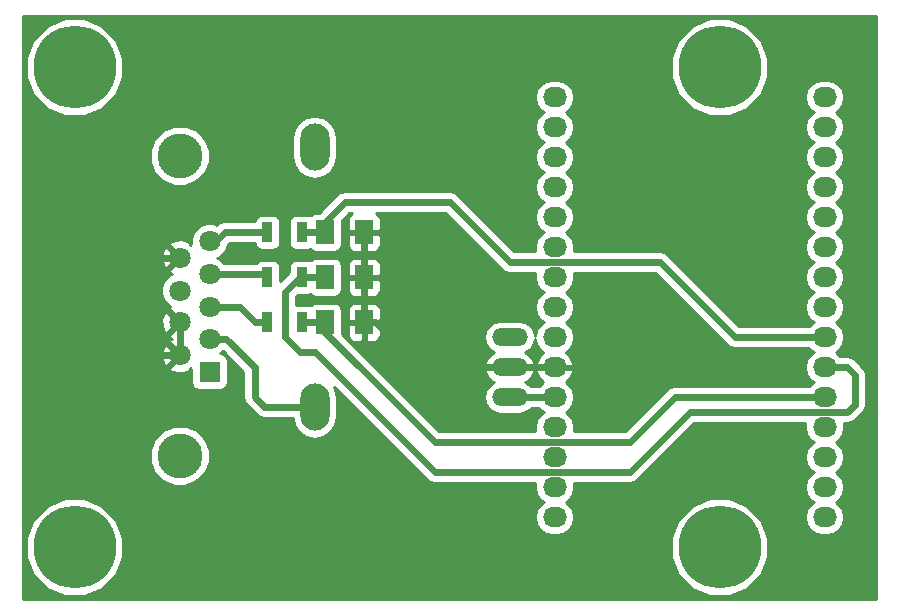
<source format=gbr>
G04 #@! TF.FileFunction,Copper,L2,Bot,Signal*
%FSLAX46Y46*%
G04 Gerber Fmt 4.6, Leading zero omitted, Abs format (unit mm)*
G04 Created by KiCad (PCBNEW 4.0.5+dfsg1-4) date Mon Apr 17 17:31:13 2017*
%MOMM*%
%LPD*%
G01*
G04 APERTURE LIST*
%ADD10C,0.100000*%
%ADD11O,2.032000X1.727200*%
%ADD12C,3.810000*%
%ADD13R,1.800000X1.800000*%
%ADD14C,1.800000*%
%ADD15R,0.900000X1.700000*%
%ADD16R,1.524000X2.032000*%
%ADD17O,2.499360X4.000500*%
%ADD18O,3.014980X1.506220*%
%ADD19C,7.000000*%
%ADD20C,0.600000*%
%ADD21C,0.254000*%
G04 APERTURE END LIST*
D10*
D11*
X93980000Y-43180000D03*
X93980000Y-45720000D03*
X93980000Y-48260000D03*
X93980000Y-50800000D03*
X93980000Y-53340000D03*
X93980000Y-55880000D03*
X93980000Y-58420000D03*
X93980000Y-60960000D03*
X93980000Y-63500000D03*
X93980000Y-66040000D03*
X93980000Y-68580000D03*
X93980000Y-71120000D03*
X93980000Y-73660000D03*
X93980000Y-76200000D03*
X93980000Y-78740000D03*
X116840000Y-43180000D03*
X116840000Y-73660000D03*
X116840000Y-76200000D03*
X116840000Y-71120000D03*
X116840000Y-55880000D03*
X116840000Y-53340000D03*
X116840000Y-58420000D03*
X116840000Y-78740000D03*
X116840000Y-63500000D03*
X116840000Y-60960000D03*
X116840000Y-66040000D03*
X116840000Y-68580000D03*
X116840000Y-48260000D03*
X116840000Y-50800000D03*
X116840000Y-45720000D03*
D12*
X62230000Y-48133000D03*
X62230000Y-73533000D03*
D13*
X64770000Y-66421000D03*
D14*
X64770000Y-63627000D03*
X64770000Y-60960000D03*
X64770000Y-58166000D03*
X64770000Y-55372000D03*
X62230000Y-65024000D03*
X62230000Y-62230000D03*
X62230000Y-59563000D03*
X62230000Y-56769000D03*
D15*
X69670000Y-62230000D03*
X72570000Y-62230000D03*
X69670000Y-58420000D03*
X72570000Y-58420000D03*
X69670000Y-54610000D03*
X72570000Y-54610000D03*
D16*
X74549000Y-62230000D03*
X77851000Y-62230000D03*
X74549000Y-58420000D03*
X77851000Y-58420000D03*
X74549000Y-54610000D03*
X77851000Y-54610000D03*
D17*
X73660000Y-47419260D03*
X73660000Y-69420740D03*
D18*
X90170000Y-68580000D03*
X90170000Y-66040000D03*
X90170000Y-63500000D03*
D19*
X53340000Y-81280000D03*
X107950000Y-81280000D03*
X107950000Y-40640000D03*
X53340000Y-40640000D03*
D20*
X72570000Y-62230000D02*
X74549000Y-62230000D01*
X74549000Y-62230000D02*
X74549000Y-63119000D01*
X74549000Y-63119000D02*
X77470000Y-66040000D01*
X77470000Y-66040000D02*
X78740000Y-67310000D01*
X78740000Y-67310000D02*
X83820000Y-72390000D01*
X83820000Y-72390000D02*
X100330000Y-72390000D01*
X100330000Y-72390000D02*
X104140000Y-68580000D01*
X104140000Y-68580000D02*
X116840000Y-68580000D01*
X77851000Y-62230000D02*
X78740000Y-62230000D01*
X78740000Y-62230000D02*
X82550000Y-66040000D01*
X82550000Y-66040000D02*
X90170000Y-66040000D01*
X77851000Y-58420000D02*
X77851000Y-62230000D01*
X77851000Y-54610000D02*
X77851000Y-58420000D01*
X90170000Y-66040000D02*
X93980000Y-66040000D01*
X62230000Y-62230000D02*
X62230000Y-65024000D01*
X62230000Y-56769000D02*
X60071000Y-56769000D01*
X59944000Y-65024000D02*
X62230000Y-65024000D01*
X58420000Y-63500000D02*
X59944000Y-65024000D01*
X58420000Y-58420000D02*
X58420000Y-63500000D01*
X60071000Y-56769000D02*
X58420000Y-58420000D01*
X72570000Y-58420000D02*
X72390000Y-58420000D01*
X72390000Y-58420000D02*
X71120000Y-59690000D01*
X118745000Y-66040000D02*
X116840000Y-66040000D01*
X119380000Y-66675000D02*
X118745000Y-66040000D01*
X119380000Y-69215000D02*
X119380000Y-66675000D01*
X118745000Y-69850000D02*
X119380000Y-69215000D01*
X105410000Y-69850000D02*
X118745000Y-69850000D01*
X100330000Y-74930000D02*
X105410000Y-69850000D01*
X83820000Y-74930000D02*
X100330000Y-74930000D01*
X73660000Y-64770000D02*
X83820000Y-74930000D01*
X72390000Y-64770000D02*
X73660000Y-64770000D01*
X71120000Y-63500000D02*
X72390000Y-64770000D01*
X71120000Y-59690000D02*
X71120000Y-63500000D01*
X72570000Y-58420000D02*
X74549000Y-58420000D01*
X72570000Y-54610000D02*
X74549000Y-54610000D01*
X74549000Y-54610000D02*
X74549000Y-53721000D01*
X74549000Y-53721000D02*
X76200000Y-52070000D01*
X109220000Y-63500000D02*
X116840000Y-63500000D01*
X102870000Y-57150000D02*
X109220000Y-63500000D01*
X90170000Y-57150000D02*
X102870000Y-57150000D01*
X85090000Y-52070000D02*
X90170000Y-57150000D01*
X76200000Y-52070000D02*
X85090000Y-52070000D01*
X64770000Y-60960000D02*
X67310000Y-60960000D01*
X68580000Y-62230000D02*
X69670000Y-62230000D01*
X67310000Y-60960000D02*
X68580000Y-62230000D01*
X64770000Y-58166000D02*
X69416000Y-58166000D01*
X69416000Y-58166000D02*
X69670000Y-58420000D01*
X64770000Y-55372000D02*
X65278000Y-55372000D01*
X65278000Y-55372000D02*
X66040000Y-54610000D01*
X66040000Y-54610000D02*
X69670000Y-54610000D01*
X90170000Y-68580000D02*
X93980000Y-68580000D01*
X64770000Y-63627000D02*
X66167000Y-63627000D01*
X69420740Y-69420740D02*
X73660000Y-69420740D01*
X68580000Y-68580000D02*
X69420740Y-69420740D01*
X68580000Y-66040000D02*
X68580000Y-68580000D01*
X66167000Y-63627000D02*
X68580000Y-66040000D01*
D21*
G36*
X121210000Y-85650000D02*
X48970000Y-85650000D01*
X48970000Y-82098894D01*
X49204284Y-82098894D01*
X49832474Y-83619229D01*
X50994653Y-84783438D01*
X52513889Y-85414280D01*
X54158894Y-85415716D01*
X55679229Y-84787526D01*
X56843438Y-83625347D01*
X57474280Y-82106111D01*
X57474286Y-82098894D01*
X103814284Y-82098894D01*
X104442474Y-83619229D01*
X105604653Y-84783438D01*
X107123889Y-85414280D01*
X108768894Y-85415716D01*
X110289229Y-84787526D01*
X111453438Y-83625347D01*
X112084280Y-82106111D01*
X112085716Y-80461106D01*
X111457526Y-78940771D01*
X110295347Y-77776562D01*
X108776111Y-77145720D01*
X107131106Y-77144284D01*
X105610771Y-77772474D01*
X104446562Y-78934653D01*
X103815720Y-80453889D01*
X103814284Y-82098894D01*
X57474286Y-82098894D01*
X57475716Y-80461106D01*
X56847526Y-78940771D01*
X55685347Y-77776562D01*
X54166111Y-77145720D01*
X52521106Y-77144284D01*
X51000771Y-77772474D01*
X49836562Y-78934653D01*
X49205720Y-80453889D01*
X49204284Y-82098894D01*
X48970000Y-82098894D01*
X48970000Y-74036021D01*
X59689560Y-74036021D01*
X60075437Y-74969915D01*
X60789327Y-75685052D01*
X61722546Y-76072559D01*
X62733021Y-76073440D01*
X63666915Y-75687563D01*
X64382052Y-74973673D01*
X64769559Y-74040454D01*
X64770440Y-73029979D01*
X64384563Y-72096085D01*
X63670673Y-71380948D01*
X62737454Y-70993441D01*
X61726979Y-70992560D01*
X60793085Y-71378437D01*
X60077948Y-72092327D01*
X59690441Y-73025546D01*
X59689560Y-74036021D01*
X48970000Y-74036021D01*
X48970000Y-64783336D01*
X60683542Y-64783336D01*
X60709161Y-65393460D01*
X60893357Y-65838148D01*
X61149841Y-65924554D01*
X62050395Y-65024000D01*
X61149841Y-64123446D01*
X60893357Y-64209852D01*
X60683542Y-64783336D01*
X48970000Y-64783336D01*
X48970000Y-61989336D01*
X60683542Y-61989336D01*
X60709161Y-62599460D01*
X60893357Y-63044148D01*
X61149841Y-63130554D01*
X62050395Y-62230000D01*
X61149841Y-61329446D01*
X60893357Y-61415852D01*
X60683542Y-61989336D01*
X48970000Y-61989336D01*
X48970000Y-59866991D01*
X60694735Y-59866991D01*
X60927932Y-60431371D01*
X61359357Y-60863551D01*
X61423504Y-60890187D01*
X61415852Y-60893357D01*
X61329446Y-61149841D01*
X62230000Y-62050395D01*
X62244143Y-62036253D01*
X62423748Y-62215858D01*
X62409605Y-62230000D01*
X62423748Y-62244143D01*
X62244143Y-62423748D01*
X62230000Y-62409605D01*
X61329446Y-63310159D01*
X61415852Y-63566643D01*
X61570599Y-63623259D01*
X61415852Y-63687357D01*
X61329446Y-63943841D01*
X62230000Y-64844395D01*
X62244143Y-64830253D01*
X62423748Y-65009858D01*
X62409605Y-65024000D01*
X62423748Y-65038143D01*
X62244143Y-65217748D01*
X62230000Y-65203605D01*
X61329446Y-66104159D01*
X61415852Y-66360643D01*
X61989336Y-66570458D01*
X62599460Y-66544839D01*
X63044148Y-66360643D01*
X63130553Y-66104161D01*
X63222560Y-66196168D01*
X63222560Y-67321000D01*
X63266838Y-67556317D01*
X63405910Y-67772441D01*
X63618110Y-67917431D01*
X63870000Y-67968440D01*
X65670000Y-67968440D01*
X65905317Y-67924162D01*
X66121441Y-67785090D01*
X66266431Y-67572890D01*
X66317440Y-67321000D01*
X66317440Y-65521000D01*
X66273162Y-65285683D01*
X66134090Y-65069559D01*
X65921890Y-64924569D01*
X65689933Y-64877596D01*
X65892797Y-64675087D01*
X67645000Y-66427290D01*
X67645000Y-68580000D01*
X67716173Y-68937809D01*
X67918855Y-69241145D01*
X68759595Y-70081885D01*
X69062931Y-70284567D01*
X69420740Y-70355740D01*
X71801736Y-70355740D01*
X71918783Y-70944174D01*
X72327330Y-71555608D01*
X72938764Y-71964155D01*
X73660000Y-72107618D01*
X74381236Y-71964155D01*
X74992670Y-71555608D01*
X75401217Y-70944174D01*
X75544680Y-70222938D01*
X75544680Y-68618542D01*
X75401217Y-67897306D01*
X75272747Y-67705037D01*
X83158855Y-75591145D01*
X83462191Y-75793827D01*
X83820000Y-75865000D01*
X92363291Y-75865000D01*
X92296655Y-76200000D01*
X92410729Y-76773489D01*
X92735585Y-77259670D01*
X93050366Y-77470000D01*
X92735585Y-77680330D01*
X92410729Y-78166511D01*
X92296655Y-78740000D01*
X92410729Y-79313489D01*
X92735585Y-79799670D01*
X93221766Y-80124526D01*
X93795255Y-80238600D01*
X94164745Y-80238600D01*
X94738234Y-80124526D01*
X95224415Y-79799670D01*
X95549271Y-79313489D01*
X95663345Y-78740000D01*
X95549271Y-78166511D01*
X95224415Y-77680330D01*
X94909634Y-77470000D01*
X95224415Y-77259670D01*
X95549271Y-76773489D01*
X95663345Y-76200000D01*
X95596709Y-75865000D01*
X100330000Y-75865000D01*
X100687809Y-75793827D01*
X100991145Y-75591145D01*
X105797290Y-70785000D01*
X115223291Y-70785000D01*
X115156655Y-71120000D01*
X115270729Y-71693489D01*
X115595585Y-72179670D01*
X115910366Y-72390000D01*
X115595585Y-72600330D01*
X115270729Y-73086511D01*
X115156655Y-73660000D01*
X115270729Y-74233489D01*
X115595585Y-74719670D01*
X115910366Y-74930000D01*
X115595585Y-75140330D01*
X115270729Y-75626511D01*
X115156655Y-76200000D01*
X115270729Y-76773489D01*
X115595585Y-77259670D01*
X115910366Y-77470000D01*
X115595585Y-77680330D01*
X115270729Y-78166511D01*
X115156655Y-78740000D01*
X115270729Y-79313489D01*
X115595585Y-79799670D01*
X116081766Y-80124526D01*
X116655255Y-80238600D01*
X117024745Y-80238600D01*
X117598234Y-80124526D01*
X118084415Y-79799670D01*
X118409271Y-79313489D01*
X118523345Y-78740000D01*
X118409271Y-78166511D01*
X118084415Y-77680330D01*
X117769634Y-77470000D01*
X118084415Y-77259670D01*
X118409271Y-76773489D01*
X118523345Y-76200000D01*
X118409271Y-75626511D01*
X118084415Y-75140330D01*
X117769634Y-74930000D01*
X118084415Y-74719670D01*
X118409271Y-74233489D01*
X118523345Y-73660000D01*
X118409271Y-73086511D01*
X118084415Y-72600330D01*
X117769634Y-72390000D01*
X118084415Y-72179670D01*
X118409271Y-71693489D01*
X118523345Y-71120000D01*
X118456709Y-70785000D01*
X118745000Y-70785000D01*
X119102809Y-70713827D01*
X119406145Y-70511145D01*
X120041145Y-69876145D01*
X120199152Y-69639670D01*
X120243827Y-69572809D01*
X120315000Y-69215000D01*
X120315000Y-66675000D01*
X120243827Y-66317191D01*
X120041145Y-66013855D01*
X119406145Y-65378855D01*
X119102809Y-65176173D01*
X118745000Y-65105000D01*
X118167717Y-65105000D01*
X118084415Y-64980330D01*
X117769634Y-64770000D01*
X118084415Y-64559670D01*
X118409271Y-64073489D01*
X118523345Y-63500000D01*
X118409271Y-62926511D01*
X118084415Y-62440330D01*
X117769634Y-62230000D01*
X118084415Y-62019670D01*
X118409271Y-61533489D01*
X118523345Y-60960000D01*
X118409271Y-60386511D01*
X118084415Y-59900330D01*
X117769634Y-59690000D01*
X118084415Y-59479670D01*
X118409271Y-58993489D01*
X118523345Y-58420000D01*
X118409271Y-57846511D01*
X118084415Y-57360330D01*
X117769634Y-57150000D01*
X118084415Y-56939670D01*
X118409271Y-56453489D01*
X118523345Y-55880000D01*
X118409271Y-55306511D01*
X118084415Y-54820330D01*
X117769634Y-54610000D01*
X118084415Y-54399670D01*
X118409271Y-53913489D01*
X118523345Y-53340000D01*
X118409271Y-52766511D01*
X118084415Y-52280330D01*
X117769634Y-52070000D01*
X118084415Y-51859670D01*
X118409271Y-51373489D01*
X118523345Y-50800000D01*
X118409271Y-50226511D01*
X118084415Y-49740330D01*
X117769634Y-49530000D01*
X118084415Y-49319670D01*
X118409271Y-48833489D01*
X118523345Y-48260000D01*
X118409271Y-47686511D01*
X118084415Y-47200330D01*
X117769634Y-46990000D01*
X118084415Y-46779670D01*
X118409271Y-46293489D01*
X118523345Y-45720000D01*
X118409271Y-45146511D01*
X118084415Y-44660330D01*
X117769634Y-44450000D01*
X118084415Y-44239670D01*
X118409271Y-43753489D01*
X118523345Y-43180000D01*
X118409271Y-42606511D01*
X118084415Y-42120330D01*
X117598234Y-41795474D01*
X117024745Y-41681400D01*
X116655255Y-41681400D01*
X116081766Y-41795474D01*
X115595585Y-42120330D01*
X115270729Y-42606511D01*
X115156655Y-43180000D01*
X115270729Y-43753489D01*
X115595585Y-44239670D01*
X115910366Y-44450000D01*
X115595585Y-44660330D01*
X115270729Y-45146511D01*
X115156655Y-45720000D01*
X115270729Y-46293489D01*
X115595585Y-46779670D01*
X115910366Y-46990000D01*
X115595585Y-47200330D01*
X115270729Y-47686511D01*
X115156655Y-48260000D01*
X115270729Y-48833489D01*
X115595585Y-49319670D01*
X115910366Y-49530000D01*
X115595585Y-49740330D01*
X115270729Y-50226511D01*
X115156655Y-50800000D01*
X115270729Y-51373489D01*
X115595585Y-51859670D01*
X115910366Y-52070000D01*
X115595585Y-52280330D01*
X115270729Y-52766511D01*
X115156655Y-53340000D01*
X115270729Y-53913489D01*
X115595585Y-54399670D01*
X115910366Y-54610000D01*
X115595585Y-54820330D01*
X115270729Y-55306511D01*
X115156655Y-55880000D01*
X115270729Y-56453489D01*
X115595585Y-56939670D01*
X115910366Y-57150000D01*
X115595585Y-57360330D01*
X115270729Y-57846511D01*
X115156655Y-58420000D01*
X115270729Y-58993489D01*
X115595585Y-59479670D01*
X115910366Y-59690000D01*
X115595585Y-59900330D01*
X115270729Y-60386511D01*
X115156655Y-60960000D01*
X115270729Y-61533489D01*
X115595585Y-62019670D01*
X115910366Y-62230000D01*
X115595585Y-62440330D01*
X115512283Y-62565000D01*
X109607290Y-62565000D01*
X103531145Y-56488855D01*
X103227809Y-56286173D01*
X102870000Y-56215000D01*
X95596709Y-56215000D01*
X95663345Y-55880000D01*
X95549271Y-55306511D01*
X95224415Y-54820330D01*
X94909634Y-54610000D01*
X95224415Y-54399670D01*
X95549271Y-53913489D01*
X95663345Y-53340000D01*
X95549271Y-52766511D01*
X95224415Y-52280330D01*
X94909634Y-52070000D01*
X95224415Y-51859670D01*
X95549271Y-51373489D01*
X95663345Y-50800000D01*
X95549271Y-50226511D01*
X95224415Y-49740330D01*
X94909634Y-49530000D01*
X95224415Y-49319670D01*
X95549271Y-48833489D01*
X95663345Y-48260000D01*
X95549271Y-47686511D01*
X95224415Y-47200330D01*
X94909634Y-46990000D01*
X95224415Y-46779670D01*
X95549271Y-46293489D01*
X95663345Y-45720000D01*
X95549271Y-45146511D01*
X95224415Y-44660330D01*
X94909634Y-44450000D01*
X95224415Y-44239670D01*
X95549271Y-43753489D01*
X95663345Y-43180000D01*
X95549271Y-42606511D01*
X95224415Y-42120330D01*
X94738234Y-41795474D01*
X94164745Y-41681400D01*
X93795255Y-41681400D01*
X93221766Y-41795474D01*
X92735585Y-42120330D01*
X92410729Y-42606511D01*
X92296655Y-43180000D01*
X92410729Y-43753489D01*
X92735585Y-44239670D01*
X93050366Y-44450000D01*
X92735585Y-44660330D01*
X92410729Y-45146511D01*
X92296655Y-45720000D01*
X92410729Y-46293489D01*
X92735585Y-46779670D01*
X93050366Y-46990000D01*
X92735585Y-47200330D01*
X92410729Y-47686511D01*
X92296655Y-48260000D01*
X92410729Y-48833489D01*
X92735585Y-49319670D01*
X93050366Y-49530000D01*
X92735585Y-49740330D01*
X92410729Y-50226511D01*
X92296655Y-50800000D01*
X92410729Y-51373489D01*
X92735585Y-51859670D01*
X93050366Y-52070000D01*
X92735585Y-52280330D01*
X92410729Y-52766511D01*
X92296655Y-53340000D01*
X92410729Y-53913489D01*
X92735585Y-54399670D01*
X93050366Y-54610000D01*
X92735585Y-54820330D01*
X92410729Y-55306511D01*
X92296655Y-55880000D01*
X92363291Y-56215000D01*
X90557290Y-56215000D01*
X85751145Y-51408855D01*
X85447809Y-51206173D01*
X85090000Y-51135000D01*
X76200005Y-51135000D01*
X76200000Y-51134999D01*
X75901556Y-51194364D01*
X75842191Y-51206173D01*
X75591784Y-51373489D01*
X75538855Y-51408855D01*
X74001150Y-52946560D01*
X73787000Y-52946560D01*
X73551683Y-52990838D01*
X73335559Y-53129910D01*
X73299616Y-53182514D01*
X73271890Y-53163569D01*
X73020000Y-53112560D01*
X72120000Y-53112560D01*
X71884683Y-53156838D01*
X71668559Y-53295910D01*
X71523569Y-53508110D01*
X71472560Y-53760000D01*
X71472560Y-55460000D01*
X71516838Y-55695317D01*
X71655910Y-55911441D01*
X71868110Y-56056431D01*
X72120000Y-56107440D01*
X73020000Y-56107440D01*
X73255317Y-56063162D01*
X73296620Y-56036585D01*
X73322910Y-56077441D01*
X73535110Y-56222431D01*
X73787000Y-56273440D01*
X75311000Y-56273440D01*
X75546317Y-56229162D01*
X75762441Y-56090090D01*
X75907431Y-55877890D01*
X75958440Y-55626000D01*
X75958440Y-54895750D01*
X76454000Y-54895750D01*
X76454000Y-55752310D01*
X76550673Y-55985699D01*
X76729302Y-56164327D01*
X76962691Y-56261000D01*
X77565250Y-56261000D01*
X77724000Y-56102250D01*
X77724000Y-54737000D01*
X77978000Y-54737000D01*
X77978000Y-56102250D01*
X78136750Y-56261000D01*
X78739309Y-56261000D01*
X78972698Y-56164327D01*
X79151327Y-55985699D01*
X79248000Y-55752310D01*
X79248000Y-54895750D01*
X79089250Y-54737000D01*
X77978000Y-54737000D01*
X77724000Y-54737000D01*
X76612750Y-54737000D01*
X76454000Y-54895750D01*
X75958440Y-54895750D01*
X75958440Y-53633850D01*
X76587290Y-53005000D01*
X76851637Y-53005000D01*
X76729302Y-53055673D01*
X76550673Y-53234301D01*
X76454000Y-53467690D01*
X76454000Y-54324250D01*
X76612750Y-54483000D01*
X77724000Y-54483000D01*
X77724000Y-54463000D01*
X77978000Y-54463000D01*
X77978000Y-54483000D01*
X79089250Y-54483000D01*
X79248000Y-54324250D01*
X79248000Y-53467690D01*
X79151327Y-53234301D01*
X78972698Y-53055673D01*
X78850363Y-53005000D01*
X84702710Y-53005000D01*
X89508855Y-57811145D01*
X89812191Y-58013827D01*
X90170000Y-58085000D01*
X92363291Y-58085000D01*
X92296655Y-58420000D01*
X92410729Y-58993489D01*
X92735585Y-59479670D01*
X93050366Y-59690000D01*
X92735585Y-59900330D01*
X92410729Y-60386511D01*
X92296655Y-60960000D01*
X92410729Y-61533489D01*
X92735585Y-62019670D01*
X93050366Y-62230000D01*
X92735585Y-62440330D01*
X92410729Y-62926511D01*
X92325559Y-63354687D01*
X92248800Y-62968793D01*
X91947896Y-62518458D01*
X91497561Y-62217554D01*
X90966354Y-62111890D01*
X89373646Y-62111890D01*
X88842439Y-62217554D01*
X88392104Y-62518458D01*
X88091200Y-62968793D01*
X87985536Y-63500000D01*
X88091200Y-64031207D01*
X88392104Y-64481542D01*
X88842439Y-64782446D01*
X88845306Y-64783016D01*
X88767081Y-64806154D01*
X88344276Y-65148260D01*
X88084573Y-65626125D01*
X88070217Y-65698326D01*
X88192838Y-65913000D01*
X90043000Y-65913000D01*
X90043000Y-65893000D01*
X90297000Y-65893000D01*
X90297000Y-65913000D01*
X92147162Y-65913000D01*
X92269783Y-65698326D01*
X92255427Y-65626125D01*
X91995724Y-65148260D01*
X91572919Y-64806154D01*
X91494694Y-64783016D01*
X91497561Y-64782446D01*
X91947896Y-64481542D01*
X92248800Y-64031207D01*
X92325559Y-63645313D01*
X92410729Y-64073489D01*
X92735585Y-64559670D01*
X93045069Y-64766461D01*
X92629268Y-65137964D01*
X92375291Y-65665209D01*
X92372642Y-65680974D01*
X92493783Y-65913000D01*
X93853000Y-65913000D01*
X93853000Y-65893000D01*
X94107000Y-65893000D01*
X94107000Y-65913000D01*
X95466217Y-65913000D01*
X95587358Y-65680974D01*
X95584709Y-65665209D01*
X95330732Y-65137964D01*
X94914931Y-64766461D01*
X95224415Y-64559670D01*
X95549271Y-64073489D01*
X95663345Y-63500000D01*
X95549271Y-62926511D01*
X95224415Y-62440330D01*
X94909634Y-62230000D01*
X95224415Y-62019670D01*
X95549271Y-61533489D01*
X95663345Y-60960000D01*
X95549271Y-60386511D01*
X95224415Y-59900330D01*
X94909634Y-59690000D01*
X95224415Y-59479670D01*
X95549271Y-58993489D01*
X95663345Y-58420000D01*
X95596709Y-58085000D01*
X102482710Y-58085000D01*
X108558855Y-64161145D01*
X108862191Y-64363827D01*
X109220000Y-64435000D01*
X115512283Y-64435000D01*
X115595585Y-64559670D01*
X115910366Y-64770000D01*
X115595585Y-64980330D01*
X115270729Y-65466511D01*
X115156655Y-66040000D01*
X115270729Y-66613489D01*
X115595585Y-67099670D01*
X115910366Y-67310000D01*
X115595585Y-67520330D01*
X115512283Y-67645000D01*
X104140000Y-67645000D01*
X103782191Y-67716173D01*
X103478855Y-67918855D01*
X99942710Y-71455000D01*
X95596709Y-71455000D01*
X95663345Y-71120000D01*
X95549271Y-70546511D01*
X95224415Y-70060330D01*
X94909634Y-69850000D01*
X95224415Y-69639670D01*
X95549271Y-69153489D01*
X95663345Y-68580000D01*
X95549271Y-68006511D01*
X95224415Y-67520330D01*
X94914931Y-67313539D01*
X95330732Y-66942036D01*
X95584709Y-66414791D01*
X95587358Y-66399026D01*
X95466217Y-66167000D01*
X94107000Y-66167000D01*
X94107000Y-66187000D01*
X93853000Y-66187000D01*
X93853000Y-66167000D01*
X92493783Y-66167000D01*
X92372642Y-66399026D01*
X92375291Y-66414791D01*
X92629268Y-66942036D01*
X93045069Y-67313539D01*
X92735585Y-67520330D01*
X92652283Y-67645000D01*
X91978994Y-67645000D01*
X91947896Y-67598458D01*
X91497561Y-67297554D01*
X91494694Y-67296984D01*
X91572919Y-67273846D01*
X91995724Y-66931740D01*
X92255427Y-66453875D01*
X92269783Y-66381674D01*
X92147162Y-66167000D01*
X90297000Y-66167000D01*
X90297000Y-66187000D01*
X90043000Y-66187000D01*
X90043000Y-66167000D01*
X88192838Y-66167000D01*
X88070217Y-66381674D01*
X88084573Y-66453875D01*
X88344276Y-66931740D01*
X88767081Y-67273846D01*
X88845306Y-67296984D01*
X88842439Y-67297554D01*
X88392104Y-67598458D01*
X88091200Y-68048793D01*
X87985536Y-68580000D01*
X88091200Y-69111207D01*
X88392104Y-69561542D01*
X88842439Y-69862446D01*
X89373646Y-69968110D01*
X90966354Y-69968110D01*
X91497561Y-69862446D01*
X91947896Y-69561542D01*
X91978994Y-69515000D01*
X92652283Y-69515000D01*
X92735585Y-69639670D01*
X93050366Y-69850000D01*
X92735585Y-70060330D01*
X92410729Y-70546511D01*
X92296655Y-71120000D01*
X92363291Y-71455000D01*
X84207290Y-71455000D01*
X75958440Y-63206150D01*
X75958440Y-62515750D01*
X76454000Y-62515750D01*
X76454000Y-63372310D01*
X76550673Y-63605699D01*
X76729302Y-63784327D01*
X76962691Y-63881000D01*
X77565250Y-63881000D01*
X77724000Y-63722250D01*
X77724000Y-62357000D01*
X77978000Y-62357000D01*
X77978000Y-63722250D01*
X78136750Y-63881000D01*
X78739309Y-63881000D01*
X78972698Y-63784327D01*
X79151327Y-63605699D01*
X79248000Y-63372310D01*
X79248000Y-62515750D01*
X79089250Y-62357000D01*
X77978000Y-62357000D01*
X77724000Y-62357000D01*
X76612750Y-62357000D01*
X76454000Y-62515750D01*
X75958440Y-62515750D01*
X75958440Y-61214000D01*
X75934674Y-61087690D01*
X76454000Y-61087690D01*
X76454000Y-61944250D01*
X76612750Y-62103000D01*
X77724000Y-62103000D01*
X77724000Y-60737750D01*
X77978000Y-60737750D01*
X77978000Y-62103000D01*
X79089250Y-62103000D01*
X79248000Y-61944250D01*
X79248000Y-61087690D01*
X79151327Y-60854301D01*
X78972698Y-60675673D01*
X78739309Y-60579000D01*
X78136750Y-60579000D01*
X77978000Y-60737750D01*
X77724000Y-60737750D01*
X77565250Y-60579000D01*
X76962691Y-60579000D01*
X76729302Y-60675673D01*
X76550673Y-60854301D01*
X76454000Y-61087690D01*
X75934674Y-61087690D01*
X75914162Y-60978683D01*
X75775090Y-60762559D01*
X75562890Y-60617569D01*
X75311000Y-60566560D01*
X73787000Y-60566560D01*
X73551683Y-60610838D01*
X73335559Y-60749910D01*
X73299616Y-60802514D01*
X73271890Y-60783569D01*
X73020000Y-60732560D01*
X72120000Y-60732560D01*
X72055000Y-60744791D01*
X72055000Y-60077290D01*
X72214850Y-59917440D01*
X73020000Y-59917440D01*
X73255317Y-59873162D01*
X73296620Y-59846585D01*
X73322910Y-59887441D01*
X73535110Y-60032431D01*
X73787000Y-60083440D01*
X75311000Y-60083440D01*
X75546317Y-60039162D01*
X75762441Y-59900090D01*
X75907431Y-59687890D01*
X75958440Y-59436000D01*
X75958440Y-58705750D01*
X76454000Y-58705750D01*
X76454000Y-59562310D01*
X76550673Y-59795699D01*
X76729302Y-59974327D01*
X76962691Y-60071000D01*
X77565250Y-60071000D01*
X77724000Y-59912250D01*
X77724000Y-58547000D01*
X77978000Y-58547000D01*
X77978000Y-59912250D01*
X78136750Y-60071000D01*
X78739309Y-60071000D01*
X78972698Y-59974327D01*
X79151327Y-59795699D01*
X79248000Y-59562310D01*
X79248000Y-58705750D01*
X79089250Y-58547000D01*
X77978000Y-58547000D01*
X77724000Y-58547000D01*
X76612750Y-58547000D01*
X76454000Y-58705750D01*
X75958440Y-58705750D01*
X75958440Y-57404000D01*
X75934674Y-57277690D01*
X76454000Y-57277690D01*
X76454000Y-58134250D01*
X76612750Y-58293000D01*
X77724000Y-58293000D01*
X77724000Y-56927750D01*
X77978000Y-56927750D01*
X77978000Y-58293000D01*
X79089250Y-58293000D01*
X79248000Y-58134250D01*
X79248000Y-57277690D01*
X79151327Y-57044301D01*
X78972698Y-56865673D01*
X78739309Y-56769000D01*
X78136750Y-56769000D01*
X77978000Y-56927750D01*
X77724000Y-56927750D01*
X77565250Y-56769000D01*
X76962691Y-56769000D01*
X76729302Y-56865673D01*
X76550673Y-57044301D01*
X76454000Y-57277690D01*
X75934674Y-57277690D01*
X75914162Y-57168683D01*
X75775090Y-56952559D01*
X75562890Y-56807569D01*
X75311000Y-56756560D01*
X73787000Y-56756560D01*
X73551683Y-56800838D01*
X73335559Y-56939910D01*
X73299616Y-56992514D01*
X73271890Y-56973569D01*
X73020000Y-56922560D01*
X72120000Y-56922560D01*
X71884683Y-56966838D01*
X71668559Y-57105910D01*
X71523569Y-57318110D01*
X71472560Y-57570000D01*
X71472560Y-58015150D01*
X70767440Y-58720270D01*
X70767440Y-57570000D01*
X70723162Y-57334683D01*
X70584090Y-57118559D01*
X70371890Y-56973569D01*
X70120000Y-56922560D01*
X69220000Y-56922560D01*
X68984683Y-56966838D01*
X68768559Y-57105910D01*
X68683089Y-57231000D01*
X66005555Y-57231000D01*
X65640643Y-56865449D01*
X65408493Y-56769052D01*
X65638371Y-56674068D01*
X66070551Y-56242643D01*
X66304733Y-55678670D01*
X66304743Y-55667547D01*
X66427290Y-55545000D01*
X68588554Y-55545000D01*
X68616838Y-55695317D01*
X68755910Y-55911441D01*
X68968110Y-56056431D01*
X69220000Y-56107440D01*
X70120000Y-56107440D01*
X70355317Y-56063162D01*
X70571441Y-55924090D01*
X70716431Y-55711890D01*
X70767440Y-55460000D01*
X70767440Y-53760000D01*
X70723162Y-53524683D01*
X70584090Y-53308559D01*
X70371890Y-53163569D01*
X70120000Y-53112560D01*
X69220000Y-53112560D01*
X68984683Y-53156838D01*
X68768559Y-53295910D01*
X68623569Y-53508110D01*
X68589773Y-53675000D01*
X66040000Y-53675000D01*
X65682191Y-53746173D01*
X65378855Y-53948855D01*
X65369040Y-53958670D01*
X65076670Y-53837267D01*
X64466009Y-53836735D01*
X63901629Y-54069932D01*
X63469449Y-54501357D01*
X63235267Y-55065330D01*
X63234815Y-55584577D01*
X63130553Y-55688839D01*
X63044148Y-55432357D01*
X62470664Y-55222542D01*
X61860540Y-55248161D01*
X61415852Y-55432357D01*
X61329446Y-55688841D01*
X62230000Y-56589395D01*
X62244143Y-56575253D01*
X62423748Y-56754858D01*
X62409605Y-56769000D01*
X62423748Y-56783143D01*
X62244143Y-56962748D01*
X62230000Y-56948605D01*
X61329446Y-57849159D01*
X61415852Y-58105643D01*
X61586424Y-58168049D01*
X61361629Y-58260932D01*
X60929449Y-58692357D01*
X60695267Y-59256330D01*
X60694735Y-59866991D01*
X48970000Y-59866991D01*
X48970000Y-56528336D01*
X60683542Y-56528336D01*
X60709161Y-57138460D01*
X60893357Y-57583148D01*
X61149841Y-57669554D01*
X62050395Y-56769000D01*
X61149841Y-55868446D01*
X60893357Y-55954852D01*
X60683542Y-56528336D01*
X48970000Y-56528336D01*
X48970000Y-48636021D01*
X59689560Y-48636021D01*
X60075437Y-49569915D01*
X60789327Y-50285052D01*
X61722546Y-50672559D01*
X62733021Y-50673440D01*
X63666915Y-50287563D01*
X64382052Y-49573673D01*
X64769559Y-48640454D01*
X64770440Y-47629979D01*
X64384563Y-46696085D01*
X64305678Y-46617062D01*
X71775320Y-46617062D01*
X71775320Y-48221458D01*
X71918783Y-48942694D01*
X72327330Y-49554128D01*
X72938764Y-49962675D01*
X73660000Y-50106138D01*
X74381236Y-49962675D01*
X74992670Y-49554128D01*
X75401217Y-48942694D01*
X75544680Y-48221458D01*
X75544680Y-46617062D01*
X75401217Y-45895826D01*
X74992670Y-45284392D01*
X74381236Y-44875845D01*
X73660000Y-44732382D01*
X72938764Y-44875845D01*
X72327330Y-45284392D01*
X71918783Y-45895826D01*
X71775320Y-46617062D01*
X64305678Y-46617062D01*
X63670673Y-45980948D01*
X62737454Y-45593441D01*
X61726979Y-45592560D01*
X60793085Y-45978437D01*
X60077948Y-46692327D01*
X59690441Y-47625546D01*
X59689560Y-48636021D01*
X48970000Y-48636021D01*
X48970000Y-41458894D01*
X49204284Y-41458894D01*
X49832474Y-42979229D01*
X50994653Y-44143438D01*
X52513889Y-44774280D01*
X54158894Y-44775716D01*
X55679229Y-44147526D01*
X56843438Y-42985347D01*
X57474280Y-41466111D01*
X57474286Y-41458894D01*
X103814284Y-41458894D01*
X104442474Y-42979229D01*
X105604653Y-44143438D01*
X107123889Y-44774280D01*
X108768894Y-44775716D01*
X110289229Y-44147526D01*
X111453438Y-42985347D01*
X112084280Y-41466111D01*
X112085716Y-39821106D01*
X111457526Y-38300771D01*
X110295347Y-37136562D01*
X108776111Y-36505720D01*
X107131106Y-36504284D01*
X105610771Y-37132474D01*
X104446562Y-38294653D01*
X103815720Y-39813889D01*
X103814284Y-41458894D01*
X57474286Y-41458894D01*
X57475716Y-39821106D01*
X56847526Y-38300771D01*
X55685347Y-37136562D01*
X54166111Y-36505720D01*
X52521106Y-36504284D01*
X51000771Y-37132474D01*
X49836562Y-38294653D01*
X49205720Y-39813889D01*
X49204284Y-41458894D01*
X48970000Y-41458894D01*
X48970000Y-36270000D01*
X121210000Y-36270000D01*
X121210000Y-85650000D01*
X121210000Y-85650000D01*
G37*
X121210000Y-85650000D02*
X48970000Y-85650000D01*
X48970000Y-82098894D01*
X49204284Y-82098894D01*
X49832474Y-83619229D01*
X50994653Y-84783438D01*
X52513889Y-85414280D01*
X54158894Y-85415716D01*
X55679229Y-84787526D01*
X56843438Y-83625347D01*
X57474280Y-82106111D01*
X57474286Y-82098894D01*
X103814284Y-82098894D01*
X104442474Y-83619229D01*
X105604653Y-84783438D01*
X107123889Y-85414280D01*
X108768894Y-85415716D01*
X110289229Y-84787526D01*
X111453438Y-83625347D01*
X112084280Y-82106111D01*
X112085716Y-80461106D01*
X111457526Y-78940771D01*
X110295347Y-77776562D01*
X108776111Y-77145720D01*
X107131106Y-77144284D01*
X105610771Y-77772474D01*
X104446562Y-78934653D01*
X103815720Y-80453889D01*
X103814284Y-82098894D01*
X57474286Y-82098894D01*
X57475716Y-80461106D01*
X56847526Y-78940771D01*
X55685347Y-77776562D01*
X54166111Y-77145720D01*
X52521106Y-77144284D01*
X51000771Y-77772474D01*
X49836562Y-78934653D01*
X49205720Y-80453889D01*
X49204284Y-82098894D01*
X48970000Y-82098894D01*
X48970000Y-74036021D01*
X59689560Y-74036021D01*
X60075437Y-74969915D01*
X60789327Y-75685052D01*
X61722546Y-76072559D01*
X62733021Y-76073440D01*
X63666915Y-75687563D01*
X64382052Y-74973673D01*
X64769559Y-74040454D01*
X64770440Y-73029979D01*
X64384563Y-72096085D01*
X63670673Y-71380948D01*
X62737454Y-70993441D01*
X61726979Y-70992560D01*
X60793085Y-71378437D01*
X60077948Y-72092327D01*
X59690441Y-73025546D01*
X59689560Y-74036021D01*
X48970000Y-74036021D01*
X48970000Y-64783336D01*
X60683542Y-64783336D01*
X60709161Y-65393460D01*
X60893357Y-65838148D01*
X61149841Y-65924554D01*
X62050395Y-65024000D01*
X61149841Y-64123446D01*
X60893357Y-64209852D01*
X60683542Y-64783336D01*
X48970000Y-64783336D01*
X48970000Y-61989336D01*
X60683542Y-61989336D01*
X60709161Y-62599460D01*
X60893357Y-63044148D01*
X61149841Y-63130554D01*
X62050395Y-62230000D01*
X61149841Y-61329446D01*
X60893357Y-61415852D01*
X60683542Y-61989336D01*
X48970000Y-61989336D01*
X48970000Y-59866991D01*
X60694735Y-59866991D01*
X60927932Y-60431371D01*
X61359357Y-60863551D01*
X61423504Y-60890187D01*
X61415852Y-60893357D01*
X61329446Y-61149841D01*
X62230000Y-62050395D01*
X62244143Y-62036253D01*
X62423748Y-62215858D01*
X62409605Y-62230000D01*
X62423748Y-62244143D01*
X62244143Y-62423748D01*
X62230000Y-62409605D01*
X61329446Y-63310159D01*
X61415852Y-63566643D01*
X61570599Y-63623259D01*
X61415852Y-63687357D01*
X61329446Y-63943841D01*
X62230000Y-64844395D01*
X62244143Y-64830253D01*
X62423748Y-65009858D01*
X62409605Y-65024000D01*
X62423748Y-65038143D01*
X62244143Y-65217748D01*
X62230000Y-65203605D01*
X61329446Y-66104159D01*
X61415852Y-66360643D01*
X61989336Y-66570458D01*
X62599460Y-66544839D01*
X63044148Y-66360643D01*
X63130553Y-66104161D01*
X63222560Y-66196168D01*
X63222560Y-67321000D01*
X63266838Y-67556317D01*
X63405910Y-67772441D01*
X63618110Y-67917431D01*
X63870000Y-67968440D01*
X65670000Y-67968440D01*
X65905317Y-67924162D01*
X66121441Y-67785090D01*
X66266431Y-67572890D01*
X66317440Y-67321000D01*
X66317440Y-65521000D01*
X66273162Y-65285683D01*
X66134090Y-65069559D01*
X65921890Y-64924569D01*
X65689933Y-64877596D01*
X65892797Y-64675087D01*
X67645000Y-66427290D01*
X67645000Y-68580000D01*
X67716173Y-68937809D01*
X67918855Y-69241145D01*
X68759595Y-70081885D01*
X69062931Y-70284567D01*
X69420740Y-70355740D01*
X71801736Y-70355740D01*
X71918783Y-70944174D01*
X72327330Y-71555608D01*
X72938764Y-71964155D01*
X73660000Y-72107618D01*
X74381236Y-71964155D01*
X74992670Y-71555608D01*
X75401217Y-70944174D01*
X75544680Y-70222938D01*
X75544680Y-68618542D01*
X75401217Y-67897306D01*
X75272747Y-67705037D01*
X83158855Y-75591145D01*
X83462191Y-75793827D01*
X83820000Y-75865000D01*
X92363291Y-75865000D01*
X92296655Y-76200000D01*
X92410729Y-76773489D01*
X92735585Y-77259670D01*
X93050366Y-77470000D01*
X92735585Y-77680330D01*
X92410729Y-78166511D01*
X92296655Y-78740000D01*
X92410729Y-79313489D01*
X92735585Y-79799670D01*
X93221766Y-80124526D01*
X93795255Y-80238600D01*
X94164745Y-80238600D01*
X94738234Y-80124526D01*
X95224415Y-79799670D01*
X95549271Y-79313489D01*
X95663345Y-78740000D01*
X95549271Y-78166511D01*
X95224415Y-77680330D01*
X94909634Y-77470000D01*
X95224415Y-77259670D01*
X95549271Y-76773489D01*
X95663345Y-76200000D01*
X95596709Y-75865000D01*
X100330000Y-75865000D01*
X100687809Y-75793827D01*
X100991145Y-75591145D01*
X105797290Y-70785000D01*
X115223291Y-70785000D01*
X115156655Y-71120000D01*
X115270729Y-71693489D01*
X115595585Y-72179670D01*
X115910366Y-72390000D01*
X115595585Y-72600330D01*
X115270729Y-73086511D01*
X115156655Y-73660000D01*
X115270729Y-74233489D01*
X115595585Y-74719670D01*
X115910366Y-74930000D01*
X115595585Y-75140330D01*
X115270729Y-75626511D01*
X115156655Y-76200000D01*
X115270729Y-76773489D01*
X115595585Y-77259670D01*
X115910366Y-77470000D01*
X115595585Y-77680330D01*
X115270729Y-78166511D01*
X115156655Y-78740000D01*
X115270729Y-79313489D01*
X115595585Y-79799670D01*
X116081766Y-80124526D01*
X116655255Y-80238600D01*
X117024745Y-80238600D01*
X117598234Y-80124526D01*
X118084415Y-79799670D01*
X118409271Y-79313489D01*
X118523345Y-78740000D01*
X118409271Y-78166511D01*
X118084415Y-77680330D01*
X117769634Y-77470000D01*
X118084415Y-77259670D01*
X118409271Y-76773489D01*
X118523345Y-76200000D01*
X118409271Y-75626511D01*
X118084415Y-75140330D01*
X117769634Y-74930000D01*
X118084415Y-74719670D01*
X118409271Y-74233489D01*
X118523345Y-73660000D01*
X118409271Y-73086511D01*
X118084415Y-72600330D01*
X117769634Y-72390000D01*
X118084415Y-72179670D01*
X118409271Y-71693489D01*
X118523345Y-71120000D01*
X118456709Y-70785000D01*
X118745000Y-70785000D01*
X119102809Y-70713827D01*
X119406145Y-70511145D01*
X120041145Y-69876145D01*
X120199152Y-69639670D01*
X120243827Y-69572809D01*
X120315000Y-69215000D01*
X120315000Y-66675000D01*
X120243827Y-66317191D01*
X120041145Y-66013855D01*
X119406145Y-65378855D01*
X119102809Y-65176173D01*
X118745000Y-65105000D01*
X118167717Y-65105000D01*
X118084415Y-64980330D01*
X117769634Y-64770000D01*
X118084415Y-64559670D01*
X118409271Y-64073489D01*
X118523345Y-63500000D01*
X118409271Y-62926511D01*
X118084415Y-62440330D01*
X117769634Y-62230000D01*
X118084415Y-62019670D01*
X118409271Y-61533489D01*
X118523345Y-60960000D01*
X118409271Y-60386511D01*
X118084415Y-59900330D01*
X117769634Y-59690000D01*
X118084415Y-59479670D01*
X118409271Y-58993489D01*
X118523345Y-58420000D01*
X118409271Y-57846511D01*
X118084415Y-57360330D01*
X117769634Y-57150000D01*
X118084415Y-56939670D01*
X118409271Y-56453489D01*
X118523345Y-55880000D01*
X118409271Y-55306511D01*
X118084415Y-54820330D01*
X117769634Y-54610000D01*
X118084415Y-54399670D01*
X118409271Y-53913489D01*
X118523345Y-53340000D01*
X118409271Y-52766511D01*
X118084415Y-52280330D01*
X117769634Y-52070000D01*
X118084415Y-51859670D01*
X118409271Y-51373489D01*
X118523345Y-50800000D01*
X118409271Y-50226511D01*
X118084415Y-49740330D01*
X117769634Y-49530000D01*
X118084415Y-49319670D01*
X118409271Y-48833489D01*
X118523345Y-48260000D01*
X118409271Y-47686511D01*
X118084415Y-47200330D01*
X117769634Y-46990000D01*
X118084415Y-46779670D01*
X118409271Y-46293489D01*
X118523345Y-45720000D01*
X118409271Y-45146511D01*
X118084415Y-44660330D01*
X117769634Y-44450000D01*
X118084415Y-44239670D01*
X118409271Y-43753489D01*
X118523345Y-43180000D01*
X118409271Y-42606511D01*
X118084415Y-42120330D01*
X117598234Y-41795474D01*
X117024745Y-41681400D01*
X116655255Y-41681400D01*
X116081766Y-41795474D01*
X115595585Y-42120330D01*
X115270729Y-42606511D01*
X115156655Y-43180000D01*
X115270729Y-43753489D01*
X115595585Y-44239670D01*
X115910366Y-44450000D01*
X115595585Y-44660330D01*
X115270729Y-45146511D01*
X115156655Y-45720000D01*
X115270729Y-46293489D01*
X115595585Y-46779670D01*
X115910366Y-46990000D01*
X115595585Y-47200330D01*
X115270729Y-47686511D01*
X115156655Y-48260000D01*
X115270729Y-48833489D01*
X115595585Y-49319670D01*
X115910366Y-49530000D01*
X115595585Y-49740330D01*
X115270729Y-50226511D01*
X115156655Y-50800000D01*
X115270729Y-51373489D01*
X115595585Y-51859670D01*
X115910366Y-52070000D01*
X115595585Y-52280330D01*
X115270729Y-52766511D01*
X115156655Y-53340000D01*
X115270729Y-53913489D01*
X115595585Y-54399670D01*
X115910366Y-54610000D01*
X115595585Y-54820330D01*
X115270729Y-55306511D01*
X115156655Y-55880000D01*
X115270729Y-56453489D01*
X115595585Y-56939670D01*
X115910366Y-57150000D01*
X115595585Y-57360330D01*
X115270729Y-57846511D01*
X115156655Y-58420000D01*
X115270729Y-58993489D01*
X115595585Y-59479670D01*
X115910366Y-59690000D01*
X115595585Y-59900330D01*
X115270729Y-60386511D01*
X115156655Y-60960000D01*
X115270729Y-61533489D01*
X115595585Y-62019670D01*
X115910366Y-62230000D01*
X115595585Y-62440330D01*
X115512283Y-62565000D01*
X109607290Y-62565000D01*
X103531145Y-56488855D01*
X103227809Y-56286173D01*
X102870000Y-56215000D01*
X95596709Y-56215000D01*
X95663345Y-55880000D01*
X95549271Y-55306511D01*
X95224415Y-54820330D01*
X94909634Y-54610000D01*
X95224415Y-54399670D01*
X95549271Y-53913489D01*
X95663345Y-53340000D01*
X95549271Y-52766511D01*
X95224415Y-52280330D01*
X94909634Y-52070000D01*
X95224415Y-51859670D01*
X95549271Y-51373489D01*
X95663345Y-50800000D01*
X95549271Y-50226511D01*
X95224415Y-49740330D01*
X94909634Y-49530000D01*
X95224415Y-49319670D01*
X95549271Y-48833489D01*
X95663345Y-48260000D01*
X95549271Y-47686511D01*
X95224415Y-47200330D01*
X94909634Y-46990000D01*
X95224415Y-46779670D01*
X95549271Y-46293489D01*
X95663345Y-45720000D01*
X95549271Y-45146511D01*
X95224415Y-44660330D01*
X94909634Y-44450000D01*
X95224415Y-44239670D01*
X95549271Y-43753489D01*
X95663345Y-43180000D01*
X95549271Y-42606511D01*
X95224415Y-42120330D01*
X94738234Y-41795474D01*
X94164745Y-41681400D01*
X93795255Y-41681400D01*
X93221766Y-41795474D01*
X92735585Y-42120330D01*
X92410729Y-42606511D01*
X92296655Y-43180000D01*
X92410729Y-43753489D01*
X92735585Y-44239670D01*
X93050366Y-44450000D01*
X92735585Y-44660330D01*
X92410729Y-45146511D01*
X92296655Y-45720000D01*
X92410729Y-46293489D01*
X92735585Y-46779670D01*
X93050366Y-46990000D01*
X92735585Y-47200330D01*
X92410729Y-47686511D01*
X92296655Y-48260000D01*
X92410729Y-48833489D01*
X92735585Y-49319670D01*
X93050366Y-49530000D01*
X92735585Y-49740330D01*
X92410729Y-50226511D01*
X92296655Y-50800000D01*
X92410729Y-51373489D01*
X92735585Y-51859670D01*
X93050366Y-52070000D01*
X92735585Y-52280330D01*
X92410729Y-52766511D01*
X92296655Y-53340000D01*
X92410729Y-53913489D01*
X92735585Y-54399670D01*
X93050366Y-54610000D01*
X92735585Y-54820330D01*
X92410729Y-55306511D01*
X92296655Y-55880000D01*
X92363291Y-56215000D01*
X90557290Y-56215000D01*
X85751145Y-51408855D01*
X85447809Y-51206173D01*
X85090000Y-51135000D01*
X76200005Y-51135000D01*
X76200000Y-51134999D01*
X75901556Y-51194364D01*
X75842191Y-51206173D01*
X75591784Y-51373489D01*
X75538855Y-51408855D01*
X74001150Y-52946560D01*
X73787000Y-52946560D01*
X73551683Y-52990838D01*
X73335559Y-53129910D01*
X73299616Y-53182514D01*
X73271890Y-53163569D01*
X73020000Y-53112560D01*
X72120000Y-53112560D01*
X71884683Y-53156838D01*
X71668559Y-53295910D01*
X71523569Y-53508110D01*
X71472560Y-53760000D01*
X71472560Y-55460000D01*
X71516838Y-55695317D01*
X71655910Y-55911441D01*
X71868110Y-56056431D01*
X72120000Y-56107440D01*
X73020000Y-56107440D01*
X73255317Y-56063162D01*
X73296620Y-56036585D01*
X73322910Y-56077441D01*
X73535110Y-56222431D01*
X73787000Y-56273440D01*
X75311000Y-56273440D01*
X75546317Y-56229162D01*
X75762441Y-56090090D01*
X75907431Y-55877890D01*
X75958440Y-55626000D01*
X75958440Y-54895750D01*
X76454000Y-54895750D01*
X76454000Y-55752310D01*
X76550673Y-55985699D01*
X76729302Y-56164327D01*
X76962691Y-56261000D01*
X77565250Y-56261000D01*
X77724000Y-56102250D01*
X77724000Y-54737000D01*
X77978000Y-54737000D01*
X77978000Y-56102250D01*
X78136750Y-56261000D01*
X78739309Y-56261000D01*
X78972698Y-56164327D01*
X79151327Y-55985699D01*
X79248000Y-55752310D01*
X79248000Y-54895750D01*
X79089250Y-54737000D01*
X77978000Y-54737000D01*
X77724000Y-54737000D01*
X76612750Y-54737000D01*
X76454000Y-54895750D01*
X75958440Y-54895750D01*
X75958440Y-53633850D01*
X76587290Y-53005000D01*
X76851637Y-53005000D01*
X76729302Y-53055673D01*
X76550673Y-53234301D01*
X76454000Y-53467690D01*
X76454000Y-54324250D01*
X76612750Y-54483000D01*
X77724000Y-54483000D01*
X77724000Y-54463000D01*
X77978000Y-54463000D01*
X77978000Y-54483000D01*
X79089250Y-54483000D01*
X79248000Y-54324250D01*
X79248000Y-53467690D01*
X79151327Y-53234301D01*
X78972698Y-53055673D01*
X78850363Y-53005000D01*
X84702710Y-53005000D01*
X89508855Y-57811145D01*
X89812191Y-58013827D01*
X90170000Y-58085000D01*
X92363291Y-58085000D01*
X92296655Y-58420000D01*
X92410729Y-58993489D01*
X92735585Y-59479670D01*
X93050366Y-59690000D01*
X92735585Y-59900330D01*
X92410729Y-60386511D01*
X92296655Y-60960000D01*
X92410729Y-61533489D01*
X92735585Y-62019670D01*
X93050366Y-62230000D01*
X92735585Y-62440330D01*
X92410729Y-62926511D01*
X92325559Y-63354687D01*
X92248800Y-62968793D01*
X91947896Y-62518458D01*
X91497561Y-62217554D01*
X90966354Y-62111890D01*
X89373646Y-62111890D01*
X88842439Y-62217554D01*
X88392104Y-62518458D01*
X88091200Y-62968793D01*
X87985536Y-63500000D01*
X88091200Y-64031207D01*
X88392104Y-64481542D01*
X88842439Y-64782446D01*
X88845306Y-64783016D01*
X88767081Y-64806154D01*
X88344276Y-65148260D01*
X88084573Y-65626125D01*
X88070217Y-65698326D01*
X88192838Y-65913000D01*
X90043000Y-65913000D01*
X90043000Y-65893000D01*
X90297000Y-65893000D01*
X90297000Y-65913000D01*
X92147162Y-65913000D01*
X92269783Y-65698326D01*
X92255427Y-65626125D01*
X91995724Y-65148260D01*
X91572919Y-64806154D01*
X91494694Y-64783016D01*
X91497561Y-64782446D01*
X91947896Y-64481542D01*
X92248800Y-64031207D01*
X92325559Y-63645313D01*
X92410729Y-64073489D01*
X92735585Y-64559670D01*
X93045069Y-64766461D01*
X92629268Y-65137964D01*
X92375291Y-65665209D01*
X92372642Y-65680974D01*
X92493783Y-65913000D01*
X93853000Y-65913000D01*
X93853000Y-65893000D01*
X94107000Y-65893000D01*
X94107000Y-65913000D01*
X95466217Y-65913000D01*
X95587358Y-65680974D01*
X95584709Y-65665209D01*
X95330732Y-65137964D01*
X94914931Y-64766461D01*
X95224415Y-64559670D01*
X95549271Y-64073489D01*
X95663345Y-63500000D01*
X95549271Y-62926511D01*
X95224415Y-62440330D01*
X94909634Y-62230000D01*
X95224415Y-62019670D01*
X95549271Y-61533489D01*
X95663345Y-60960000D01*
X95549271Y-60386511D01*
X95224415Y-59900330D01*
X94909634Y-59690000D01*
X95224415Y-59479670D01*
X95549271Y-58993489D01*
X95663345Y-58420000D01*
X95596709Y-58085000D01*
X102482710Y-58085000D01*
X108558855Y-64161145D01*
X108862191Y-64363827D01*
X109220000Y-64435000D01*
X115512283Y-64435000D01*
X115595585Y-64559670D01*
X115910366Y-64770000D01*
X115595585Y-64980330D01*
X115270729Y-65466511D01*
X115156655Y-66040000D01*
X115270729Y-66613489D01*
X115595585Y-67099670D01*
X115910366Y-67310000D01*
X115595585Y-67520330D01*
X115512283Y-67645000D01*
X104140000Y-67645000D01*
X103782191Y-67716173D01*
X103478855Y-67918855D01*
X99942710Y-71455000D01*
X95596709Y-71455000D01*
X95663345Y-71120000D01*
X95549271Y-70546511D01*
X95224415Y-70060330D01*
X94909634Y-69850000D01*
X95224415Y-69639670D01*
X95549271Y-69153489D01*
X95663345Y-68580000D01*
X95549271Y-68006511D01*
X95224415Y-67520330D01*
X94914931Y-67313539D01*
X95330732Y-66942036D01*
X95584709Y-66414791D01*
X95587358Y-66399026D01*
X95466217Y-66167000D01*
X94107000Y-66167000D01*
X94107000Y-66187000D01*
X93853000Y-66187000D01*
X93853000Y-66167000D01*
X92493783Y-66167000D01*
X92372642Y-66399026D01*
X92375291Y-66414791D01*
X92629268Y-66942036D01*
X93045069Y-67313539D01*
X92735585Y-67520330D01*
X92652283Y-67645000D01*
X91978994Y-67645000D01*
X91947896Y-67598458D01*
X91497561Y-67297554D01*
X91494694Y-67296984D01*
X91572919Y-67273846D01*
X91995724Y-66931740D01*
X92255427Y-66453875D01*
X92269783Y-66381674D01*
X92147162Y-66167000D01*
X90297000Y-66167000D01*
X90297000Y-66187000D01*
X90043000Y-66187000D01*
X90043000Y-66167000D01*
X88192838Y-66167000D01*
X88070217Y-66381674D01*
X88084573Y-66453875D01*
X88344276Y-66931740D01*
X88767081Y-67273846D01*
X88845306Y-67296984D01*
X88842439Y-67297554D01*
X88392104Y-67598458D01*
X88091200Y-68048793D01*
X87985536Y-68580000D01*
X88091200Y-69111207D01*
X88392104Y-69561542D01*
X88842439Y-69862446D01*
X89373646Y-69968110D01*
X90966354Y-69968110D01*
X91497561Y-69862446D01*
X91947896Y-69561542D01*
X91978994Y-69515000D01*
X92652283Y-69515000D01*
X92735585Y-69639670D01*
X93050366Y-69850000D01*
X92735585Y-70060330D01*
X92410729Y-70546511D01*
X92296655Y-71120000D01*
X92363291Y-71455000D01*
X84207290Y-71455000D01*
X75958440Y-63206150D01*
X75958440Y-62515750D01*
X76454000Y-62515750D01*
X76454000Y-63372310D01*
X76550673Y-63605699D01*
X76729302Y-63784327D01*
X76962691Y-63881000D01*
X77565250Y-63881000D01*
X77724000Y-63722250D01*
X77724000Y-62357000D01*
X77978000Y-62357000D01*
X77978000Y-63722250D01*
X78136750Y-63881000D01*
X78739309Y-63881000D01*
X78972698Y-63784327D01*
X79151327Y-63605699D01*
X79248000Y-63372310D01*
X79248000Y-62515750D01*
X79089250Y-62357000D01*
X77978000Y-62357000D01*
X77724000Y-62357000D01*
X76612750Y-62357000D01*
X76454000Y-62515750D01*
X75958440Y-62515750D01*
X75958440Y-61214000D01*
X75934674Y-61087690D01*
X76454000Y-61087690D01*
X76454000Y-61944250D01*
X76612750Y-62103000D01*
X77724000Y-62103000D01*
X77724000Y-60737750D01*
X77978000Y-60737750D01*
X77978000Y-62103000D01*
X79089250Y-62103000D01*
X79248000Y-61944250D01*
X79248000Y-61087690D01*
X79151327Y-60854301D01*
X78972698Y-60675673D01*
X78739309Y-60579000D01*
X78136750Y-60579000D01*
X77978000Y-60737750D01*
X77724000Y-60737750D01*
X77565250Y-60579000D01*
X76962691Y-60579000D01*
X76729302Y-60675673D01*
X76550673Y-60854301D01*
X76454000Y-61087690D01*
X75934674Y-61087690D01*
X75914162Y-60978683D01*
X75775090Y-60762559D01*
X75562890Y-60617569D01*
X75311000Y-60566560D01*
X73787000Y-60566560D01*
X73551683Y-60610838D01*
X73335559Y-60749910D01*
X73299616Y-60802514D01*
X73271890Y-60783569D01*
X73020000Y-60732560D01*
X72120000Y-60732560D01*
X72055000Y-60744791D01*
X72055000Y-60077290D01*
X72214850Y-59917440D01*
X73020000Y-59917440D01*
X73255317Y-59873162D01*
X73296620Y-59846585D01*
X73322910Y-59887441D01*
X73535110Y-60032431D01*
X73787000Y-60083440D01*
X75311000Y-60083440D01*
X75546317Y-60039162D01*
X75762441Y-59900090D01*
X75907431Y-59687890D01*
X75958440Y-59436000D01*
X75958440Y-58705750D01*
X76454000Y-58705750D01*
X76454000Y-59562310D01*
X76550673Y-59795699D01*
X76729302Y-59974327D01*
X76962691Y-60071000D01*
X77565250Y-60071000D01*
X77724000Y-59912250D01*
X77724000Y-58547000D01*
X77978000Y-58547000D01*
X77978000Y-59912250D01*
X78136750Y-60071000D01*
X78739309Y-60071000D01*
X78972698Y-59974327D01*
X79151327Y-59795699D01*
X79248000Y-59562310D01*
X79248000Y-58705750D01*
X79089250Y-58547000D01*
X77978000Y-58547000D01*
X77724000Y-58547000D01*
X76612750Y-58547000D01*
X76454000Y-58705750D01*
X75958440Y-58705750D01*
X75958440Y-57404000D01*
X75934674Y-57277690D01*
X76454000Y-57277690D01*
X76454000Y-58134250D01*
X76612750Y-58293000D01*
X77724000Y-58293000D01*
X77724000Y-56927750D01*
X77978000Y-56927750D01*
X77978000Y-58293000D01*
X79089250Y-58293000D01*
X79248000Y-58134250D01*
X79248000Y-57277690D01*
X79151327Y-57044301D01*
X78972698Y-56865673D01*
X78739309Y-56769000D01*
X78136750Y-56769000D01*
X77978000Y-56927750D01*
X77724000Y-56927750D01*
X77565250Y-56769000D01*
X76962691Y-56769000D01*
X76729302Y-56865673D01*
X76550673Y-57044301D01*
X76454000Y-57277690D01*
X75934674Y-57277690D01*
X75914162Y-57168683D01*
X75775090Y-56952559D01*
X75562890Y-56807569D01*
X75311000Y-56756560D01*
X73787000Y-56756560D01*
X73551683Y-56800838D01*
X73335559Y-56939910D01*
X73299616Y-56992514D01*
X73271890Y-56973569D01*
X73020000Y-56922560D01*
X72120000Y-56922560D01*
X71884683Y-56966838D01*
X71668559Y-57105910D01*
X71523569Y-57318110D01*
X71472560Y-57570000D01*
X71472560Y-58015150D01*
X70767440Y-58720270D01*
X70767440Y-57570000D01*
X70723162Y-57334683D01*
X70584090Y-57118559D01*
X70371890Y-56973569D01*
X70120000Y-56922560D01*
X69220000Y-56922560D01*
X68984683Y-56966838D01*
X68768559Y-57105910D01*
X68683089Y-57231000D01*
X66005555Y-57231000D01*
X65640643Y-56865449D01*
X65408493Y-56769052D01*
X65638371Y-56674068D01*
X66070551Y-56242643D01*
X66304733Y-55678670D01*
X66304743Y-55667547D01*
X66427290Y-55545000D01*
X68588554Y-55545000D01*
X68616838Y-55695317D01*
X68755910Y-55911441D01*
X68968110Y-56056431D01*
X69220000Y-56107440D01*
X70120000Y-56107440D01*
X70355317Y-56063162D01*
X70571441Y-55924090D01*
X70716431Y-55711890D01*
X70767440Y-55460000D01*
X70767440Y-53760000D01*
X70723162Y-53524683D01*
X70584090Y-53308559D01*
X70371890Y-53163569D01*
X70120000Y-53112560D01*
X69220000Y-53112560D01*
X68984683Y-53156838D01*
X68768559Y-53295910D01*
X68623569Y-53508110D01*
X68589773Y-53675000D01*
X66040000Y-53675000D01*
X65682191Y-53746173D01*
X65378855Y-53948855D01*
X65369040Y-53958670D01*
X65076670Y-53837267D01*
X64466009Y-53836735D01*
X63901629Y-54069932D01*
X63469449Y-54501357D01*
X63235267Y-55065330D01*
X63234815Y-55584577D01*
X63130553Y-55688839D01*
X63044148Y-55432357D01*
X62470664Y-55222542D01*
X61860540Y-55248161D01*
X61415852Y-55432357D01*
X61329446Y-55688841D01*
X62230000Y-56589395D01*
X62244143Y-56575253D01*
X62423748Y-56754858D01*
X62409605Y-56769000D01*
X62423748Y-56783143D01*
X62244143Y-56962748D01*
X62230000Y-56948605D01*
X61329446Y-57849159D01*
X61415852Y-58105643D01*
X61586424Y-58168049D01*
X61361629Y-58260932D01*
X60929449Y-58692357D01*
X60695267Y-59256330D01*
X60694735Y-59866991D01*
X48970000Y-59866991D01*
X48970000Y-56528336D01*
X60683542Y-56528336D01*
X60709161Y-57138460D01*
X60893357Y-57583148D01*
X61149841Y-57669554D01*
X62050395Y-56769000D01*
X61149841Y-55868446D01*
X60893357Y-55954852D01*
X60683542Y-56528336D01*
X48970000Y-56528336D01*
X48970000Y-48636021D01*
X59689560Y-48636021D01*
X60075437Y-49569915D01*
X60789327Y-50285052D01*
X61722546Y-50672559D01*
X62733021Y-50673440D01*
X63666915Y-50287563D01*
X64382052Y-49573673D01*
X64769559Y-48640454D01*
X64770440Y-47629979D01*
X64384563Y-46696085D01*
X64305678Y-46617062D01*
X71775320Y-46617062D01*
X71775320Y-48221458D01*
X71918783Y-48942694D01*
X72327330Y-49554128D01*
X72938764Y-49962675D01*
X73660000Y-50106138D01*
X74381236Y-49962675D01*
X74992670Y-49554128D01*
X75401217Y-48942694D01*
X75544680Y-48221458D01*
X75544680Y-46617062D01*
X75401217Y-45895826D01*
X74992670Y-45284392D01*
X74381236Y-44875845D01*
X73660000Y-44732382D01*
X72938764Y-44875845D01*
X72327330Y-45284392D01*
X71918783Y-45895826D01*
X71775320Y-46617062D01*
X64305678Y-46617062D01*
X63670673Y-45980948D01*
X62737454Y-45593441D01*
X61726979Y-45592560D01*
X60793085Y-45978437D01*
X60077948Y-46692327D01*
X59690441Y-47625546D01*
X59689560Y-48636021D01*
X48970000Y-48636021D01*
X48970000Y-41458894D01*
X49204284Y-41458894D01*
X49832474Y-42979229D01*
X50994653Y-44143438D01*
X52513889Y-44774280D01*
X54158894Y-44775716D01*
X55679229Y-44147526D01*
X56843438Y-42985347D01*
X57474280Y-41466111D01*
X57474286Y-41458894D01*
X103814284Y-41458894D01*
X104442474Y-42979229D01*
X105604653Y-44143438D01*
X107123889Y-44774280D01*
X108768894Y-44775716D01*
X110289229Y-44147526D01*
X111453438Y-42985347D01*
X112084280Y-41466111D01*
X112085716Y-39821106D01*
X111457526Y-38300771D01*
X110295347Y-37136562D01*
X108776111Y-36505720D01*
X107131106Y-36504284D01*
X105610771Y-37132474D01*
X104446562Y-38294653D01*
X103815720Y-39813889D01*
X103814284Y-41458894D01*
X57474286Y-41458894D01*
X57475716Y-39821106D01*
X56847526Y-38300771D01*
X55685347Y-37136562D01*
X54166111Y-36505720D01*
X52521106Y-36504284D01*
X51000771Y-37132474D01*
X49836562Y-38294653D01*
X49205720Y-39813889D01*
X49204284Y-41458894D01*
X48970000Y-41458894D01*
X48970000Y-36270000D01*
X121210000Y-36270000D01*
X121210000Y-85650000D01*
M02*

</source>
